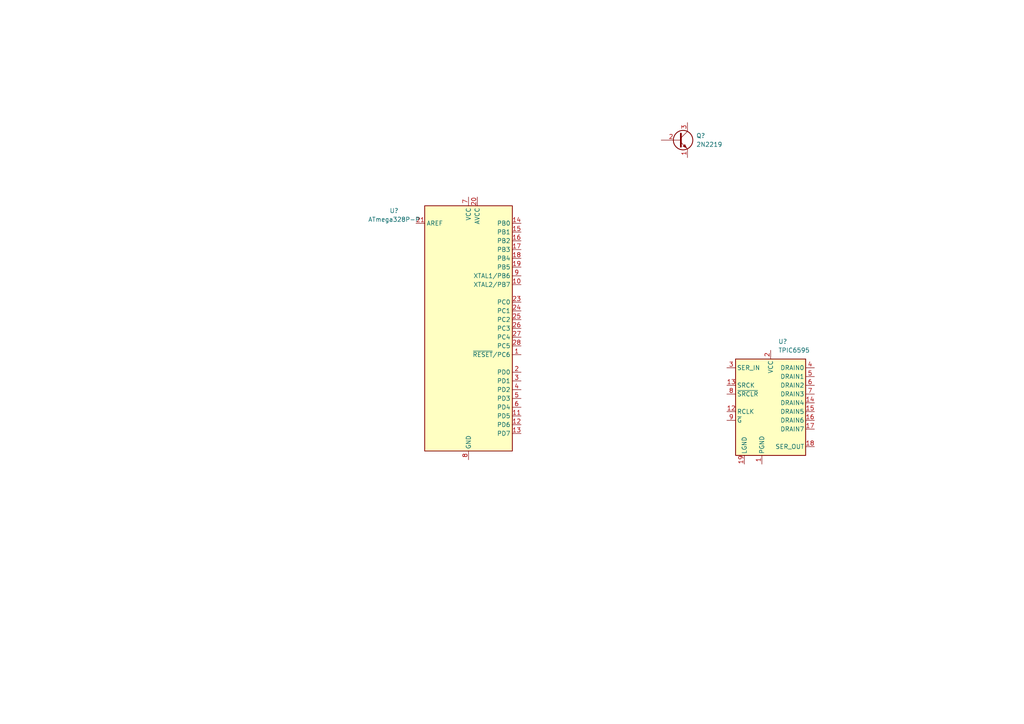
<source format=kicad_sch>
(kicad_sch (version 20230121) (generator eeschema)
  (paper "A4")
  (lib_symbols
    (symbol "Interface_Expansion:TPIC6595" (pin_names (offset 0.381))
      (property "Reference" "U" (at -8.89 13.97 0))
      (property "Value" "TPIC6595" (at 6.35 13.97 0))
      (symbol "TPIC6595_0_1"
        (rectangle (start -10.16 12.7) (end 10.16 -15.24) (stroke (width 0.254)) (fill (type background)))
      )
      (symbol "TPIC6595_1_1"
        (pin power_in line (at -2.54 -17.78 90) (length 2.54) (name "PGND") (number "1"))
        (pin passive line (at -2.54 -17.78 90) (length 2.54) hide (name "PGND") (number "10"))
        (pin passive line (at -2.54 -17.78 90) (length 2.54) hide (name "PGND") (number "11"))
        (pin input line (at -12.7 -2.54 0) (length 2.54) (name "RCLK") (number "12"))
        (pin input line (at -12.7 5.08 0) (length 2.54) (name "SRCK") (number "13"))
        (pin open_collector line (at 12.7 0 180) (length 2.54) (name "DRAIN4") (number "14"))
        (pin open_collector line (at 12.7 -2.54 180) (length 2.54) (name "DRAIN5") (number "15"))
        (pin open_collector line (at 12.7 -5.08 180) (length 2.54) (name "DRAIN6") (number "16"))
        (pin open_collector line (at 12.7 -7.62 180) (length 2.54) (name "DRAIN7") (number "17"))
        (pin output line (at 12.7 -12.7 180) (length 2.54) (name "SER_OUT") (number "18"))
        (pin power_in line (at -7.62 -17.78 90) (length 2.54) (name "LGND") (number "19"))
        (pin power_in line (at 0 15.24 270) (length 2.54) (name "VCC") (number "2"))
        (pin passive line (at -2.54 -17.78 90) (length 2.54) hide (name "PGND") (number "20"))
        (pin input line (at -12.7 10.16 0) (length 2.54) (name "SER_IN") (number "3"))
        (pin open_collector line (at 12.7 10.16 180) (length 2.54) (name "DRAIN0") (number "4"))
        (pin open_collector line (at 12.7 7.62 180) (length 2.54) (name "DRAIN1") (number "5"))
        (pin open_collector line (at 12.7 5.08 180) (length 2.54) (name "DRAIN2") (number "6"))
        (pin open_collector line (at 12.7 2.54 180) (length 2.54) (name "DRAIN3") (number "7"))
        (pin input line (at -12.7 2.54 0) (length 2.54) (name "~{SRCLR}") (number "8"))
        (pin input line (at -12.7 -5.08 0) (length 2.54) (name "~{G}") (number "9"))
      )
    )
    (symbol "MCU_Microchip_ATmega:ATmega328P-P"
      (property "Reference" "U" (at -12.7 36.83 0))
      (property "Value" "ATmega328P-P" (at 2.54 -36.83 0))
      (symbol "ATmega328P-P_0_1"
        (rectangle (start -12.7 -35.56) (end 12.7 35.56) (stroke (width 0.254)) (fill (type background)))
      )
      (symbol "ATmega328P-P_1_1"
        (pin bidirectional line (at 15.24 -7.62 180) (length 2.54) (name "~{RESET}/PC6") (number "1"))
        (pin bidirectional line (at 15.24 12.7 180) (length 2.54) (name "XTAL2/PB7") (number "10"))
        (pin bidirectional line (at 15.24 -25.4 180) (length 2.54) (name "PD5") (number "11"))
        (pin bidirectional line (at 15.24 -27.94 180) (length 2.54) (name "PD6") (number "12"))
        (pin bidirectional line (at 15.24 -30.48 180) (length 2.54) (name "PD7") (number "13"))
        (pin bidirectional line (at 15.24 30.48 180) (length 2.54) (name "PB0") (number "14"))
        (pin bidirectional line (at 15.24 27.94 180) (length 2.54) (name "PB1") (number "15"))
        (pin bidirectional line (at 15.24 25.4 180) (length 2.54) (name "PB2") (number "16"))
        (pin bidirectional line (at 15.24 22.86 180) (length 2.54) (name "PB3") (number "17"))
        (pin bidirectional line (at 15.24 20.32 180) (length 2.54) (name "PB4") (number "18"))
        (pin bidirectional line (at 15.24 17.78 180) (length 2.54) (name "PB5") (number "19"))
        (pin bidirectional line (at 15.24 -12.7 180) (length 2.54) (name "PD0") (number "2"))
        (pin power_in line (at 2.54 38.1 270) (length 2.54) (name "AVCC") (number "20"))
        (pin passive line (at -15.24 30.48 0) (length 2.54) (name "AREF") (number "21"))
        (pin passive line (at 0 -38.1 90) (length 2.54) hide (name "GND") (number "22"))
        (pin bidirectional line (at 15.24 7.62 180) (length 2.54) (name "PC0") (number "23"))
        (pin bidirectional line (at 15.24 5.08 180) (length 2.54) (name "PC1") (number "24"))
        (pin bidirectional line (at 15.24 2.54 180) (length 2.54) (name "PC2") (number "25"))
        (pin bidirectional line (at 15.24 0 180) (length 2.54) (name "PC3") (number "26"))
        (pin bidirectional line (at 15.24 -2.54 180) (length 2.54) (name "PC4") (number "27"))
        (pin bidirectional line (at 15.24 -5.08 180) (length 2.54) (name "PC5") (number "28"))
        (pin bidirectional line (at 15.24 -15.24 180) (length 2.54) (name "PD1") (number "3"))
        (pin bidirectional line (at 15.24 -17.78 180) (length 2.54) (name "PD2") (number "4"))
        (pin bidirectional line (at 15.24 -20.32 180) (length 2.54) (name "PD3") (number "5"))
        (pin bidirectional line (at 15.24 -22.86 180) (length 2.54) (name "PD4") (number "6"))
        (pin power_in line (at 0 38.1 270) (length 2.54) (name "VCC") (number "7"))
        (pin power_in line (at 0 -38.1 90) (length 2.54) (name "GND") (number "8"))
        (pin bidirectional line (at 15.24 15.24 180) (length 2.54) (name "XTAL1/PB6") (number "9"))
      )
    )
    (symbol "Transistor_BJT:2N2219" (pin_names (offset 0) hide)
      (property "Reference" "Q" (at 5.08 1.905 0))
      (property "Value" "2N2219" (at 5.08 0 0))
      (symbol "2N2219_0_1"
        (polyline (pts (xy 0.635 0.635) (xy 2.54 2.54)))
        (polyline (pts (xy 0.635 -0.635) (xy 2.54 -2.54) (xy 2.54 -2.54)))
        (polyline (pts (xy 0.635 1.905) (xy 0.635 -1.905) (xy 0.635 -1.905)) (stroke (width 0.508)))
        (polyline (pts (xy 1.27 -1.778) (xy 1.778 -1.27) (xy 2.286 -2.286) (xy 1.27 -1.778) (xy 1.27 -1.778)) (fill (type outline)))
        (circle (center 1.27 0) (radius 2.8194) (stroke (width 0.254)))
      )
      (symbol "2N2219_1_1"
        (pin passive line (at 2.54 -5.08 90) (length 2.54) (name "E") (number "1"))
        (pin passive line (at -5.08 0 0) (length 5.715) (name "B") (number "2"))
        (pin passive line (at 2.54 5.08 270) (length 2.54) (name "C") (number "3"))
      )
    )
  )
  (symbol (lib_id "Transistor_BJT:2N2219") (at 196.85 40.64 0) (unit 1)
    (property "Reference" "Q?" (at 201.93 39.37 0) (effects (justify left)))
    (property "Value" "2N2219" (at 201.93 41.91 0) (effects (justify left)))
    (property "Footprint" "Package_TO_SOT_THT:TO-39-3" (effects hide))
    (property "Datasheet" "http://www.onsemi.com/pub_link/Collateral/2N2219-D.PDF" (effects hide))
  )
  (symbol (lib_id "MCU_Microchip_ATmega:ATmega328P-P") (at 135.89 95.25 0) (unit 1)
    (property "Reference" "U?" (at 114.3 61.1221 0))
    (property "Value" "ATmega328P-P" (at 114.3 63.6621 0))
    (property "Footprint" "Package_DIP:DIP-28_W7.62mm" (effects hide))
    (property "Datasheet" "http://ww1.microchip.com/downloads/en/DeviceDoc/ATmega328_P%20AVR%20MCU%20with%20picoPower%20Technology%20Data%20Sheet%2040001984A.pdf" (effects hide))
  )
  (symbol (lib_id "Interface_Expansion:TPIC6595") (at 223.52 116.84 0) (unit 1)
    (property "Reference" "U?" (at 225.7141 99.06 0) (effects (justify left)))
    (property "Value" "TPIC6595" (at 225.7141 101.6 0) (effects (justify left)))
    (property "Footprint" "Package_DIP:DIP-20_W7.62mm" (effects hide))
    (property "Datasheet" "http://www.ti.com/lit/ds/symlink/tpic6595.pdf" (effects hide))
  )
)
</source>
